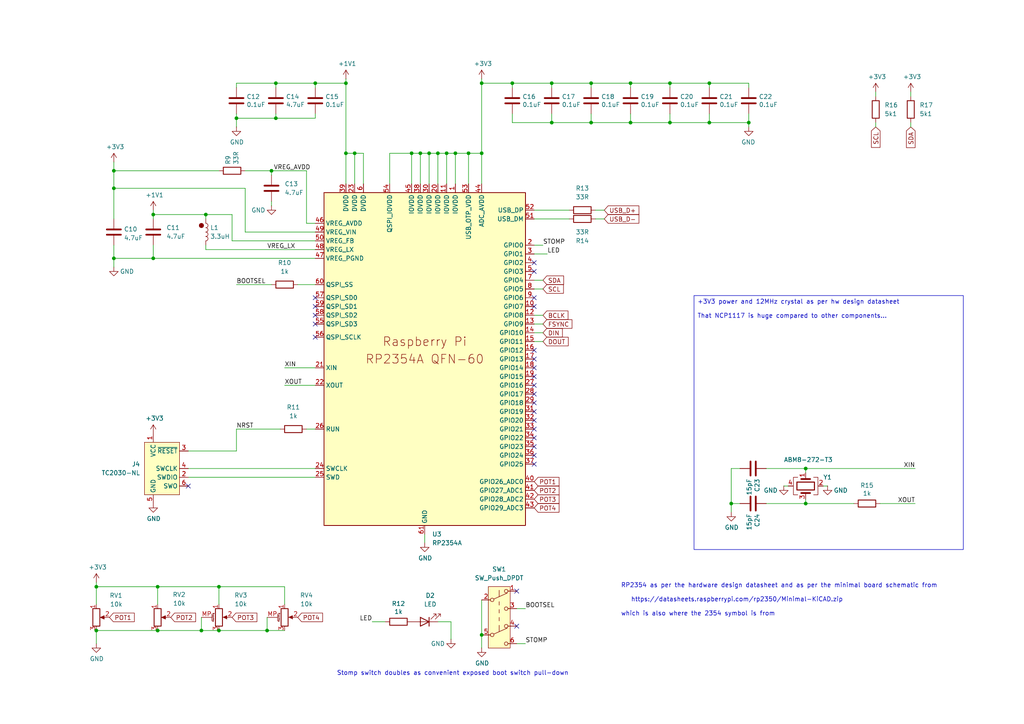
<source format=kicad_sch>
(kicad_sch (version 20250114) (generator "eeschema") (generator_version "9.0")
  (paper "A4")
  (lib_symbols
    (symbol "Connector:Conn_ARM_SWD_TagConnect_TC2030-NL" (in_bom no)
      (property "Reference" "J" (at 2.54 11.43 0))
      (property "Value" "Conn_ARM_SWD_TagConnect_TC2030-NL" (at 2.54 8.89 0))
      (symbol "Conn_ARM_SWD_TagConnect_TC2030-NL_0_0"
        (pin power_in line (at -2.54 10.16 270) (length 2.54) (name "VCC") (number "1"))
        (pin power_in line (at -2.54 -10.16 90) (length 2.54) (name "GND") (number "5"))
        (pin open_collector line (at 7.62 5.08 180) (length 2.54) (name "~{RESET}") (number "3"))
        (pin output line (at 7.62 0 180) (length 2.54) (name "SWCLK") (number "4"))
        (pin bidirectional line (at 7.62 -2.54 180) (length 2.54) (name "SWDIO") (number "2"))
        (pin input line (at 7.62 -5.08 180) (length 2.54) (name "SWO") (number "6"))
      )
      (symbol "Conn_ARM_SWD_TagConnect_TC2030-NL_0_1"
        (rectangle (start -5.08 7.62) (end 5.08 -7.62) (fill (type background)))
      )
    )
    (symbol "Device:C" (pin_numbers (hide yes)) (pin_names (offset 0.254))
      (property "Reference" "C" (at 0.635 2.54 0))
      (property "Value" "C" (at 0.635 -2.54 0))
      (symbol "C_0_1"
        (polyline (pts (xy -2.032 0.762) (xy 2.032 0.762)) (stroke (width 0.508)))
        (polyline (pts (xy -2.032 -0.762) (xy 2.032 -0.762)) (stroke (width 0.508)))
      )
      (symbol "C_1_1"
        (pin passive line (at 0 3.81 270) (length 2.794) (name "~") (number "1"))
        (pin passive line (at 0 -3.81 90) (length 2.794) (name "~") (number "2"))
      )
    )
    (symbol "Device:Crystal_GND24" (pin_names (offset 1.016) (hide yes))
      (property "Reference" "Y" (at 3.175 5.08 0))
      (property "Value" "Crystal_GND24" (at 3.175 3.175 0))
      (symbol "Crystal_GND24_0_1"
        (polyline (pts (xy -2.54 2.286) (xy -2.54 3.556) (xy 2.54 3.556) (xy 2.54 2.286)))
        (polyline (pts (xy -2.54 0) (xy -2.032 0)))
        (polyline (pts (xy -2.54 -2.286) (xy -2.54 -3.556) (xy 2.54 -3.556) (xy 2.54 -2.286)))
        (polyline (pts (xy -2.032 -1.27) (xy -2.032 1.27)) (stroke (width 0.508)))
        (rectangle (start -1.143 2.54) (end 1.143 -2.54) (stroke (width 0.3048)))
        (polyline (pts (xy 0 3.556) (xy 0 3.81)))
        (polyline (pts (xy 0 -3.81) (xy 0 -3.556)))
        (polyline (pts (xy 2.032 0) (xy 2.54 0)))
        (polyline (pts (xy 2.032 -1.27) (xy 2.032 1.27)) (stroke (width 0.508)))
      )
      (symbol "Crystal_GND24_1_1"
        (pin passive line (at -3.81 0 0) (length 1.27) (name "1") (number "1"))
        (pin passive line (at 0 5.08 270) (length 1.27) (name "2") (number "2"))
        (pin passive line (at 0 -5.08 90) (length 1.27) (name "4") (number "4"))
        (pin passive line (at 3.81 0 180) (length 1.27) (name "3") (number "3"))
      )
    )
    (symbol "Device:LED" (pin_numbers (hide yes)) (pin_names (offset 1.016) (hide yes))
      (property "Reference" "D" (at 0 2.54 0))
      (property "Value" "LED" (at 0 -2.54 0))
      (symbol "LED_0_1"
        (polyline (pts (xy -3.048 -0.762) (xy -4.572 -2.286) (xy -3.81 -2.286) (xy -4.572 -2.286) (xy -4.572 -1.524)))
        (polyline (pts (xy -1.778 -0.762) (xy -3.302 -2.286) (xy -2.54 -2.286) (xy -3.302 -2.286) (xy -3.302 -1.524)))
        (polyline (pts (xy -1.27 0) (xy 1.27 0)))
        (polyline (pts (xy -1.27 -1.27) (xy -1.27 1.27)) (stroke (width 0.254)))
        (polyline (pts (xy 1.27 -1.27) (xy 1.27 1.27) (xy -1.27 0) (xy 1.27 -1.27)) (stroke (width 0.254)))
      )
      (symbol "LED_1_1"
        (pin passive line (at -3.81 0 0) (length 2.54) (name "K") (number "1"))
        (pin passive line (at 3.81 0 180) (length 2.54) (name "A") (number "2"))
      )
    )
    (symbol "Device:R" (pin_numbers (hide yes)) (pin_names (offset 0))
      (property "Reference" "R" (at 2.032 0 90))
      (property "Value" "R" (at 0 0 90))
      (symbol "R_0_1"
        (rectangle (start -1.016 -2.54) (end 1.016 2.54) (stroke (width 0.254)))
      )
      (symbol "R_1_1"
        (pin passive line (at 0 3.81 270) (length 1.27) (name "~") (number "1"))
        (pin passive line (at 0 -3.81 90) (length 1.27) (name "~") (number "2"))
      )
    )
    (symbol "Device:R_Potentiometer" (pin_names (offset 1.016) (hide yes))
      (property "Reference" "RV" (at -4.445 0 90))
      (property "Value" "R_Potentiometer" (at -2.54 0 90))
      (symbol "R_Potentiometer_0_1"
        (rectangle (start 1.016 2.54) (end -1.016 -2.54) (stroke (width 0.254)))
        (polyline (pts (xy 1.143 0) (xy 2.286 0.508) (xy 2.286 -0.508) (xy 1.143 0)) (fill (type outline)))
        (polyline (pts (xy 2.54 0) (xy 1.524 0)))
      )
      (symbol "R_Potentiometer_1_1"
        (pin passive line (at 0 3.81 270) (length 1.27) (name "1") (number "1"))
        (pin passive line (at 0 -3.81 90) (length 1.27) (name "3") (number "3"))
        (pin passive line (at 3.81 0 180) (length 1.27) (name "2") (number "2"))
      )
    )
    (symbol "Device:R_Potentiometer_MountingPin" (pin_names (offset 1.016) (hide yes))
      (property "Reference" "RV" (at -8.255 0 90))
      (property "Value" "R_Potentiometer_MountingPin" (at -6.35 0 90))
      (symbol "R_Potentiometer_MountingPin_0_1"
        (rectangle (start 1.016 2.54) (end -1.016 -2.54) (stroke (width 0.254)))
        (polyline (pts (xy 1.143 0) (xy 2.286 0.508) (xy 2.286 -0.508)) (fill (type outline)))
        (polyline (pts (xy 2.54 0) (xy 1.524 0)))
      )
      (symbol "R_Potentiometer_MountingPin_1_1"
        (polyline (pts (xy -2.032 1.016) (xy -2.032 -1.016)) (stroke (width 0.1524)))
        (text "Mounting" (at -1.651 0 900) (effects (font (size 0.381 0.381))))
        (pin passive line (at -5.08 0 0) (length 3.048) (name "MountPin") (number "MP"))
        (pin passive line (at 0 3.81 270) (length 1.27) (name "1") (number "1"))
        (pin passive line (at 0 -3.81 90) (length 1.27) (name "3") (number "3"))
        (pin passive line (at 3.81 0 180) (length 1.27) (name "2") (number "2"))
      )
    )
    (symbol "Mylib:AOTA-B201610S3R3-101-T" (pin_numbers (hide yes)) (pin_names (offset 1.016) (hide yes))
      (property "Reference" "L" (at -1.27 0 90))
      (property "Value" "AOTA-B201610S3R3-101-T" (at 1.905 0 90))
      (symbol "AOTA-B201610S3R3-101-T_0_1"
        (arc (start 0 2.54) (mid 0.6323 1.905) (end 0 1.27))
        (arc (start 0 1.27) (mid 0.6323 0.635) (end 0 0))
        (arc (start 0 0) (mid 0.6323 -0.635) (end 0 -1.27))
        (arc (start 0 -1.27) (mid 0.6323 -1.905) (end 0 -2.54))
      )
      (symbol "AOTA-B201610S3R3-101-T_1_1"
        (circle (center -1.27 1.905) (radius 0.508) (fill (type outline)))
        (pin passive line (at 0 3.81 270) (length 1.27) (name "1") (number "1"))
        (pin passive line (at 0 -3.81 90) (length 1.27) (name "2") (number "2"))
      )
    )
    (symbol "Mylib:RP2354A" (exclude_from_sim yes)
      (property "Reference" "U" (at 0 0 0))
      (property "Value" "RP2354A" (at 0 0 0))
      (symbol "RP2354A_0_0"
        (text "Raspberry Pi" (at 0 -11.43 0) (effects (font (size 2.54 2.54))))
      )
      (symbol "RP2354A_0_1"
        (rectangle (start 29.21 31.75) (end -29.21 -64.77) (stroke (width 0.254)) (fill (type background)))
      )
      (symbol "RP2354A_1_1"
        (text "RP2354A QFN-60" (at 0 -16.51 0) (effects (font (size 2.54 2.54))))
        (pin power_in line (at -31.75 22.86 0) (length 2.54) (name "VREG_AVDD") (number "46"))
        (pin power_in line (at -31.75 20.32 0) (length 2.54) (name "VREG_VIN") (number "49"))
        (pin input line (at -31.75 17.78 0) (length 2.54) (name "VREG_FB") (number "50"))
        (pin power_out line (at -31.75 15.24 0) (length 2.54) (name "VREG_LX") (number "48"))
        (pin power_in line (at -31.75 12.7 0) (length 2.54) (name "VREG_PGND") (number "47"))
        (pin bidirectional line (at -31.75 5.08 0) (length 2.54) (name "QSPI_SS") (number "60"))
        (pin bidirectional line (at -31.75 1.27 0) (length 2.54) (name "QSPI_SD0") (number "57"))
        (pin bidirectional line (at -31.75 -1.27 0) (length 2.54) (name "QSPI_SD1") (number "59"))
        (pin bidirectional line (at -31.75 -3.81 0) (length 2.54) (name "QSPI_SD2") (number "58"))
        (pin bidirectional line (at -31.75 -6.35 0) (length 2.54) (name "QSPI_SD3") (number "55"))
        (pin output line (at -31.75 -10.16 0) (length 2.54) (name "QSPI_SCLK") (number "56"))
        (pin input line (at -31.75 -19.05 0) (length 2.54) (name "XIN") (number "21"))
        (pin passive line (at -31.75 -24.13 0) (length 2.54) (name "XOUT") (number "22"))
        (pin input line (at -31.75 -36.83 0) (length 2.54) (name "RUN") (number "26"))
        (pin output line (at -31.75 -48.26 0) (length 2.54) (name "SWCLK") (number "24"))
        (pin bidirectional line (at -31.75 -50.8 0) (length 2.54) (name "SWD") (number "25"))
        (pin power_in line (at -22.86 34.29 270) (length 2.54) (name "DVDD") (number "39"))
        (pin power_in line (at -20.32 34.29 270) (length 2.54) (name "DVDD") (number "23"))
        (pin power_in line (at -17.78 34.29 270) (length 2.54) (name "DVDD") (number "6"))
        (pin power_in line (at -10.16 34.29 270) (length 2.54) (name "QSPI_IOVDD") (number "54"))
        (pin power_in line (at -3.81 34.29 270) (length 2.54) (name "IOVDD") (number "45"))
        (pin power_in line (at -1.27 34.29 270) (length 2.54) (name "IOVDD") (number "38"))
        (pin power_in line (at 0 -67.31 90) (length 2.54) (name "GND") (number "61"))
        (pin power_in line (at 1.27 34.29 270) (length 2.54) (name "IOVDD") (number "30"))
        (pin power_in line (at 3.81 34.29 270) (length 2.54) (name "IOVDD") (number "20"))
        (pin power_in line (at 6.35 34.29 270) (length 2.54) (name "IOVDD") (number "11"))
        (pin power_in line (at 8.89 34.29 270) (length 2.54) (name "IOVDD") (number "1"))
        (pin power_in line (at 12.7 34.29 270) (length 2.54) (name "USB_OTP_VDD") (number "53"))
        (pin power_in line (at 16.51 34.29 270) (length 2.54) (name "ADC_AVDD") (number "44"))
        (pin bidirectional line (at 31.75 26.67 180) (length 2.54) (name "USB_DP") (number "52"))
        (pin bidirectional line (at 31.75 24.13 180) (length 2.54) (name "USB_DM") (number "51"))
        (pin bidirectional line (at 31.75 16.51 180) (length 2.54) (name "GPIO0") (number "2"))
        (pin bidirectional line (at 31.75 13.97 180) (length 2.54) (name "GPIO1") (number "3"))
        (pin bidirectional line (at 31.75 11.43 180) (length 2.54) (name "GPIO2") (number "4"))
        (pin bidirectional line (at 31.75 8.89 180) (length 2.54) (name "GPIO3") (number "5"))
        (pin bidirectional line (at 31.75 6.35 180) (length 2.54) (name "GPIO4") (number "7"))
        (pin bidirectional line (at 31.75 3.81 180) (length 2.54) (name "GPIO5") (number "8"))
        (pin bidirectional line (at 31.75 1.27 180) (length 2.54) (name "GPIO6") (number "9"))
        (pin bidirectional line (at 31.75 -1.27 180) (length 2.54) (name "GPIO7") (number "10"))
        (pin bidirectional line (at 31.75 -3.81 180) (length 2.54) (name "GPIO8") (number "12"))
        (pin bidirectional line (at 31.75 -6.35 180) (length 2.54) (name "GPIO9") (number "13"))
        (pin bidirectional line (at 31.75 -8.89 180) (length 2.54) (name "GPIO10") (number "14"))
        (pin bidirectional line (at 31.75 -11.43 180) (length 2.54) (name "GPIO11") (number "15"))
        (pin bidirectional line (at 31.75 -13.97 180) (length 2.54) (name "GPIO12") (number "16"))
        (pin bidirectional line (at 31.75 -16.51 180) (length 2.54) (name "GPIO13") (number "17"))
        (pin bidirectional line (at 31.75 -19.05 180) (length 2.54) (name "GPIO14") (number "18"))
        (pin bidirectional line (at 31.75 -21.59 180) (length 2.54) (name "GPIO15") (number "19"))
        (pin bidirectional line (at 31.75 -24.13 180) (length 2.54) (name "GPIO16") (number "27"))
        (pin bidirectional line (at 31.75 -26.67 180) (length 2.54) (name "GPIO17") (number "28"))
        (pin bidirectional line (at 31.75 -29.21 180) (length 2.54) (name "GPIO18") (number "29"))
        (pin bidirectional line (at 31.75 -31.75 180) (length 2.54) (name "GPIO19") (number "31"))
        (pin bidirectional line (at 31.75 -34.29 180) (length 2.54) (name "GPIO20") (number "32"))
        (pin bidirectional line (at 31.75 -36.83 180) (length 2.54) (name "GPIO21") (number "33"))
        (pin bidirectional line (at 31.75 -39.37 180) (length 2.54) (name "GPIO22") (number "34"))
        (pin bidirectional line (at 31.75 -41.91 180) (length 2.54) (name "GPIO23") (number "35"))
        (pin bidirectional line (at 31.75 -44.45 180) (length 2.54) (name "GPIO24") (number "36"))
        (pin bidirectional line (at 31.75 -46.99 180) (length 2.54) (name "GPIO25") (number "37"))
        (pin bidirectional line (at 31.75 -52.07 180) (length 2.54) (name "GPIO26_ADC0") (number "40"))
        (pin bidirectional line (at 31.75 -54.61 180) (length 2.54) (name "GPIO27_ADC1") (number "41"))
        (pin bidirectional line (at 31.75 -57.15 180) (length 2.54) (name "GPIO28_ADC2") (number "42"))
        (pin bidirectional line (at 31.75 -59.69 180) (length 2.54) (name "GPIO29_ADC3") (number "43"))
      )
    )
    (symbol "Switch:SW_Push_DPDT" (pin_names (offset 0) (hide yes))
      (property "Reference" "SW" (at 0 10.16 0))
      (property "Value" "SW_Push_DPDT" (at 0 -10.16 0))
      (symbol "SW_Push_DPDT_0_0"
        (circle (center -2.032 5.08) (radius 0.508))
        (circle (center -2.032 -5.08) (radius 0.508))
        (circle (center 2.032 2.54) (radius 0.508))
        (circle (center 2.032 -7.62) (radius 0.508))
      )
      (symbol "SW_Push_DPDT_0_1"
        (polyline (pts (xy -1.524 5.334) (xy 2.3368 7.0612)))
        (polyline (pts (xy -1.524 -4.826) (xy 2.3368 -3.0988)))
        (polyline (pts (xy 0 7.874) (xy 0 6.096)))
        (polyline (pts (xy 0 3.556) (xy 0 4.572)))
        (polyline (pts (xy 0 1.27) (xy 0 2.286)))
        (polyline (pts (xy 0 -1.016) (xy 0 0)))
        (polyline (pts (xy 0 -2.286) (xy 0 -4.064)))
        (circle (center 2.032 7.62) (radius 0.508))
        (circle (center 2.032 -2.54) (radius 0.508))
      )
      (symbol "SW_Push_DPDT_1_1"
        (rectangle (start -3.175 8.89) (end 3.175 -8.89) (fill (type background)))
        (pin passive line (at -5.08 5.08 0) (length 2.54) (name "B") (number "2"))
        (pin passive line (at -5.08 -5.08 0) (length 2.54) (name "B") (number "5"))
        (pin passive line (at 5.08 7.62 180) (length 2.54) (name "A") (number "1"))
        (pin passive line (at 5.08 2.54 180) (length 2.54) (name "C") (number "3"))
        (pin passive line (at 5.08 -2.54 180) (length 2.54) (name "A") (number "4"))
        (pin passive line (at 5.08 -7.62 180) (length 2.54) (name "C") (number "6"))
      )
    )
    (symbol "power:+1V1" (power) (pin_numbers (hide yes)) (pin_names (offset 0) (hide yes))
      (property "Value" "+1V1" (at 0 3.556 0))
      (symbol "+1V1_0_1"
        (polyline (pts (xy -0.762 1.27) (xy 0 2.54)))
        (polyline (pts (xy 0 2.54) (xy 0.762 1.27)))
        (polyline (pts (xy 0 0) (xy 0 2.54)))
      )
      (symbol "+1V1_1_1"
        (pin power_in line (at 0 0 90) (length 0) (name "~") (number "1"))
      )
    )
    (symbol "power:+3V3" (power) (pin_numbers (hide yes)) (pin_names (offset 0) (hide yes))
      (property "Value" "+3V3" (at 0 3.556 0))
      (symbol "+3V3_0_1"
        (polyline (pts (xy -0.762 1.27) (xy 0 2.54)))
        (polyline (pts (xy 0 2.54) (xy 0.762 1.27)))
        (polyline (pts (xy 0 0) (xy 0 2.54)))
      )
      (symbol "+3V3_1_1"
        (pin power_in line (at 0 0 90) (length 0) (name "~") (number "1"))
      )
    )
    (symbol "power:GND" (power) (pin_numbers (hide yes)) (pin_names (offset 0) (hide yes))
      (property "Value" "GND" (at 0 -3.81 0))
      (symbol "GND_0_1"
        (polyline (pts (xy 0 0) (xy 0 -1.27) (xy 1.27 -1.27) (xy 0 -2.54) (xy -1.27 -1.27) (xy 0 -1.27)))
      )
      (symbol "GND_1_1"
        (pin power_in line (at 0 0 270) (length 0) (name "~") (number "1"))
      )
    )
  )
  (circle (center 58.42 65.405) (radius 0.635) (stroke (width 0) (color 132 0 0 1)) (fill (type color) (color 132 0 0 1)))
  (text "RP2354 as per the hardware design datasheet and as per the minimal board schematic from\n\n   https://datasheets.raspberrypi.com/rp2350/Minimal-KiCAD.zip\n\nwhich is also where the 2354 symbol is from" (at 180.086 173.99 0) (effects (font (size 1.27 1.27)) (justify left)))
  (text "Stomp switch doubles as convenient exposed boot switch pull-down" (at 131.318 195.326 0) (effects (font (size 1.27 1.27))))
  (text_box "+3V3 power and 12MHz crystal as per hw design datasheet\n\nThat NCP1117 is huge compared to other components..." (at 201.295 85.725 0) (size 78.105 73.66) (margins 0.9525 0.9525 0.9525 0.9525) (effects (font (size 1.27 1.27)) (justify left top)))
  (junction (at 129.54 44.45))
  (junction (at 33.02 49.53))
  (junction (at 160.02 24.13))
  (junction (at 45.72 182.88))
  (junction (at 139.7 24.13))
  (junction (at 233.68 146.05))
  (junction (at 45.72 170.18))
  (junction (at 27.94 170.18))
  (junction (at 44.45 62.23))
  (junction (at 139.7 184.15))
  (junction (at 127 44.45))
  (junction (at 135.89 44.45))
  (junction (at 68.58 34.29))
  (junction (at 121.92 44.45))
  (junction (at 33.02 54.61))
  (junction (at 78.74 49.53))
  (junction (at 91.44 24.13))
  (junction (at 205.74 24.13))
  (junction (at 194.31 35.56))
  (junction (at 119.38 44.45))
  (junction (at 100.33 44.45))
  (junction (at 132.08 44.45))
  (junction (at 33.02 74.93))
  (junction (at 44.45 74.93))
  (junction (at 217.17 35.56))
  (junction (at 194.31 24.13))
  (junction (at 58.42 182.88))
  (junction (at 233.68 135.89))
  (junction (at 160.02 35.56))
  (junction (at 59.69 62.23))
  (junction (at 80.01 24.13))
  (junction (at 171.45 35.56))
  (junction (at 63.5 170.18))
  (junction (at 102.87 44.45))
  (junction (at 77.47 182.88))
  (junction (at 171.45 24.13))
  (junction (at 100.33 24.13))
  (junction (at 182.88 35.56))
  (junction (at 205.74 35.56))
  (junction (at 148.59 24.13))
  (junction (at 139.7 44.45))
  (junction (at 182.88 24.13))
  (junction (at 80.01 34.29))
  (junction (at 212.09 146.05))
  (junction (at 63.5 182.88))
  (junction (at 27.94 182.88))
  (junction (at 124.46 44.45))
  (no_connect (at 154.94 134.62))
  (no_connect (at 149.86 181.61))
  (no_connect (at 154.94 119.38))
  (no_connect (at 154.94 78.74))
  (no_connect (at 91.44 86.36))
  (no_connect (at 154.94 127))
  (no_connect (at 154.94 111.76))
  (no_connect (at 91.44 91.44))
  (no_connect (at 154.94 104.14))
  (no_connect (at 154.94 116.84))
  (no_connect (at 154.94 114.3))
  (no_connect (at 154.94 121.92))
  (no_connect (at 154.94 109.22))
  (no_connect (at 91.44 88.9))
  (no_connect (at 91.44 97.79))
  (no_connect (at 154.94 132.08))
  (no_connect (at 154.94 101.6))
  (no_connect (at 154.94 106.68))
  (no_connect (at 54.61 140.97))
  (no_connect (at 154.94 86.36))
  (no_connect (at 154.94 124.46))
  (no_connect (at 154.94 76.2))
  (no_connect (at 154.94 88.9))
  (no_connect (at 149.86 171.45))
  (no_connect (at 91.44 93.98))
  (no_connect (at 154.94 129.54))
  (wire (pts (xy 113.03 44.45) (xy 119.38 44.45)))
  (wire (pts (xy 44.45 71.12) (xy 44.45 74.93)))
  (wire (pts (xy 205.74 35.56) (xy 194.31 35.56)))
  (wire (pts (xy 71.12 49.53) (xy 78.74 49.53)))
  (wire (pts (xy 54.61 130.81) (xy 68.58 130.81)))
  (wire (pts (xy 102.87 44.45) (xy 105.41 44.45)))
  (wire (pts (xy 154.94 99.06) (xy 157.48 99.06)))
  (wire (pts (xy 121.92 44.45) (xy 121.92 53.34)))
  (wire (pts (xy 100.33 24.13) (xy 100.33 44.45)))
  (wire (pts (xy 148.59 24.13) (xy 160.02 24.13)))
  (wire (pts (xy 86.36 82.55) (xy 91.44 82.55)))
  (wire (pts (xy 172.72 63.5) (xy 175.26 63.5)))
  (wire (pts (xy 217.17 33.02) (xy 217.17 35.56)))
  (wire (pts (xy 182.88 33.02) (xy 182.88 35.56)))
  (wire (pts (xy 154.94 93.98) (xy 157.48 93.98)))
  (wire (pts (xy 68.58 25.4) (xy 68.58 24.13)))
  (wire (pts (xy 78.74 49.53) (xy 88.9 49.53)))
  (wire (pts (xy 80.01 34.29) (xy 91.44 34.29)))
  (wire (pts (xy 58.42 179.07) (xy 58.42 182.88)))
  (wire (pts (xy 127 44.45) (xy 129.54 44.45)))
  (wire (pts (xy 100.33 22.86) (xy 100.33 24.13)))
  (wire (pts (xy 124.46 44.45) (xy 124.46 53.34)))
  (wire (pts (xy 63.5 170.18) (xy 63.5 175.26)))
  (wire (pts (xy 91.44 69.85) (xy 67.31 69.85)))
  (wire (pts (xy 71.12 67.31) (xy 91.44 67.31)))
  (wire (pts (xy 154.94 63.5) (xy 165.1 63.5)))
  (wire (pts (xy 68.58 124.46) (xy 81.28 124.46)))
  (wire (pts (xy 88.9 49.53) (xy 88.9 64.77)))
  (wire (pts (xy 33.02 54.61) (xy 71.12 54.61)))
  (wire (pts (xy 129.54 44.45) (xy 129.54 53.34)))
  (wire (pts (xy 63.5 182.88) (xy 77.47 182.88)))
  (wire (pts (xy 82.55 170.18) (xy 82.55 175.26)))
  (wire (pts (xy 80.01 25.4) (xy 80.01 24.13)))
  (wire (pts (xy 82.55 106.68) (xy 91.44 106.68)))
  (wire (pts (xy 124.46 44.45) (xy 127 44.45)))
  (wire (pts (xy 154.94 83.82) (xy 157.48 83.82)))
  (wire (pts (xy 71.12 54.61) (xy 71.12 67.31)))
  (wire (pts (xy 100.33 44.45) (xy 100.33 53.34)))
  (wire (pts (xy 27.94 182.88) (xy 45.72 182.88)))
  (wire (pts (xy 233.68 137.16) (xy 233.68 135.89)))
  (wire (pts (xy 80.01 24.13) (xy 91.44 24.13)))
  (wire (pts (xy 68.58 24.13) (xy 80.01 24.13)))
  (wire (pts (xy 44.45 62.23) (xy 59.69 62.23)))
  (wire (pts (xy 154.94 96.52) (xy 157.48 96.52)))
  (wire (pts (xy 121.92 44.45) (xy 124.46 44.45)))
  (wire (pts (xy 214.63 135.89) (xy 212.09 135.89)))
  (wire (pts (xy 130.81 180.34) (xy 127 180.34)))
  (wire (pts (xy 171.45 24.13) (xy 182.88 24.13)))
  (wire (pts (xy 254 35.56) (xy 254 36.83)))
  (wire (pts (xy 45.72 170.18) (xy 45.72 175.26)))
  (wire (pts (xy 135.89 44.45) (xy 139.7 44.45)))
  (wire (pts (xy 59.69 62.23) (xy 59.69 63.5)))
  (wire (pts (xy 222.25 146.05) (xy 233.68 146.05)))
  (wire (pts (xy 68.58 33.02) (xy 68.58 34.29)))
  (wire (pts (xy 264.16 26.67) (xy 264.16 27.94)))
  (wire (pts (xy 233.68 146.05) (xy 247.65 146.05)))
  (wire (pts (xy 123.19 154.94) (xy 123.19 157.48)))
  (wire (pts (xy 80.01 33.02) (xy 80.01 34.29)))
  (wire (pts (xy 105.41 44.45) (xy 105.41 53.34)))
  (wire (pts (xy 68.58 82.55) (xy 78.74 82.55)))
  (wire (pts (xy 194.31 24.13) (xy 205.74 24.13)))
  (wire (pts (xy 33.02 74.93) (xy 33.02 77.47)))
  (wire (pts (xy 264.16 35.56) (xy 264.16 36.83)))
  (wire (pts (xy 77.47 182.88) (xy 82.55 182.88)))
  (wire (pts (xy 33.02 49.53) (xy 63.5 49.53)))
  (wire (pts (xy 222.25 135.89) (xy 233.68 135.89)))
  (wire (pts (xy 149.86 176.53) (xy 152.4 176.53)))
  (wire (pts (xy 27.94 182.88) (xy 27.94 186.69)))
  (wire (pts (xy 27.94 170.18) (xy 27.94 175.26)))
  (wire (pts (xy 132.08 44.45) (xy 135.89 44.45)))
  (wire (pts (xy 217.17 25.4) (xy 217.17 24.13)))
  (wire (pts (xy 160.02 25.4) (xy 160.02 24.13)))
  (wire (pts (xy 119.38 44.45) (xy 119.38 53.34)))
  (wire (pts (xy 233.68 144.78) (xy 233.68 146.05)))
  (wire (pts (xy 154.94 60.96) (xy 165.1 60.96)))
  (wire (pts (xy 182.88 25.4) (xy 182.88 24.13)))
  (wire (pts (xy 33.02 71.12) (xy 33.02 74.93)))
  (wire (pts (xy 194.31 33.02) (xy 194.31 35.56)))
  (wire (pts (xy 88.9 64.77) (xy 91.44 64.77)))
  (wire (pts (xy 119.38 44.45) (xy 121.92 44.45)))
  (wire (pts (xy 44.45 60.96) (xy 44.45 62.23)))
  (wire (pts (xy 194.31 25.4) (xy 194.31 24.13)))
  (wire (pts (xy 194.31 35.56) (xy 182.88 35.56)))
  (wire (pts (xy 139.7 22.86) (xy 139.7 24.13)))
  (wire (pts (xy 127 44.45) (xy 127 53.34)))
  (wire (pts (xy 82.55 111.76) (xy 91.44 111.76)))
  (wire (pts (xy 77.47 179.07) (xy 77.47 182.88)))
  (wire (pts (xy 214.63 146.05) (xy 212.09 146.05)))
  (wire (pts (xy 54.61 138.43) (xy 91.44 138.43)))
  (wire (pts (xy 135.89 44.45) (xy 135.89 53.34)))
  (wire (pts (xy 171.45 35.56) (xy 160.02 35.56)))
  (wire (pts (xy 205.74 24.13) (xy 217.17 24.13)))
  (wire (pts (xy 45.72 182.88) (xy 58.42 182.88)))
  (wire (pts (xy 212.09 146.05) (xy 212.09 148.59)))
  (wire (pts (xy 205.74 33.02) (xy 205.74 35.56)))
  (wire (pts (xy 107.95 180.34) (xy 111.76 180.34)))
  (wire (pts (xy 255.27 146.05) (xy 265.43 146.05)))
  (wire (pts (xy 91.44 25.4) (xy 91.44 24.13)))
  (wire (pts (xy 27.94 170.18) (xy 45.72 170.18)))
  (wire (pts (xy 171.45 25.4) (xy 171.45 24.13)))
  (wire (pts (xy 78.74 59.69) (xy 78.74 58.42)))
  (wire (pts (xy 113.03 44.45) (xy 113.03 53.34)))
  (wire (pts (xy 68.58 130.81) (xy 68.58 124.46)))
  (wire (pts (xy 148.59 33.02) (xy 148.59 35.56)))
  (wire (pts (xy 154.94 81.28) (xy 157.48 81.28)))
  (wire (pts (xy 154.94 71.12) (xy 157.48 71.12)))
  (wire (pts (xy 205.74 25.4) (xy 205.74 24.13)))
  (wire (pts (xy 254 26.67) (xy 254 27.94)))
  (wire (pts (xy 182.88 24.13) (xy 194.31 24.13)))
  (wire (pts (xy 154.94 73.66) (xy 158.75 73.66)))
  (wire (pts (xy 160.02 33.02) (xy 160.02 35.56)))
  (wire (pts (xy 132.08 44.45) (xy 132.08 53.34)))
  (wire (pts (xy 160.02 24.13) (xy 171.45 24.13)))
  (wire (pts (xy 58.42 182.88) (xy 63.5 182.88)))
  (wire (pts (xy 139.7 24.13) (xy 139.7 44.45)))
  (wire (pts (xy 227.33 140.97) (xy 228.6 140.97)))
  (wire (pts (xy 238.76 140.97) (xy 240.03 140.97)))
  (wire (pts (xy 205.74 35.56) (xy 217.17 35.56)))
  (wire (pts (xy 149.86 186.69) (xy 152.4 186.69)))
  (wire (pts (xy 139.7 24.13) (xy 148.59 24.13)))
  (wire (pts (xy 160.02 35.56) (xy 148.59 35.56)))
  (wire (pts (xy 139.7 173.99) (xy 139.7 184.15)))
  (wire (pts (xy 33.02 46.99) (xy 33.02 49.53)))
  (wire (pts (xy 33.02 54.61) (xy 33.02 63.5)))
  (wire (pts (xy 91.44 34.29) (xy 91.44 33.02)))
  (wire (pts (xy 172.72 60.96) (xy 175.26 60.96)))
  (wire (pts (xy 100.33 44.45) (xy 102.87 44.45)))
  (wire (pts (xy 212.09 135.89) (xy 212.09 146.05)))
  (wire (pts (xy 129.54 44.45) (xy 132.08 44.45)))
  (wire (pts (xy 171.45 33.02) (xy 171.45 35.56)))
  (wire (pts (xy 88.9 124.46) (xy 91.44 124.46)))
  (wire (pts (xy 33.02 74.93) (xy 44.45 74.93)))
  (wire (pts (xy 130.81 185.42) (xy 130.81 180.34)))
  (wire (pts (xy 102.87 44.45) (xy 102.87 53.34)))
  (wire (pts (xy 63.5 170.18) (xy 82.55 170.18)))
  (wire (pts (xy 182.88 35.56) (xy 171.45 35.56)))
  (wire (pts (xy 44.45 63.5) (xy 44.45 62.23)))
  (wire (pts (xy 59.69 72.39) (xy 59.69 71.12)))
  (wire (pts (xy 44.45 74.93) (xy 91.44 74.93)))
  (wire (pts (xy 27.94 168.91) (xy 27.94 170.18)))
  (wire (pts (xy 54.61 135.89) (xy 91.44 135.89)))
  (wire (pts (xy 91.44 24.13) (xy 100.33 24.13)))
  (wire (pts (xy 59.69 72.39) (xy 91.44 72.39)))
  (wire (pts (xy 154.94 91.44) (xy 157.48 91.44)))
  (wire (pts (xy 67.31 62.23) (xy 59.69 62.23)))
  (wire (pts (xy 139.7 184.15) (xy 139.7 187.96)))
  (wire (pts (xy 148.59 25.4) (xy 148.59 24.13)))
  (wire (pts (xy 45.72 170.18) (xy 63.5 170.18)))
  (wire (pts (xy 233.68 135.89) (xy 265.43 135.89)))
  (wire (pts (xy 68.58 34.29) (xy 68.58 36.83)))
  (wire (pts (xy 33.02 49.53) (xy 33.02 54.61)))
  (wire (pts (xy 78.74 49.53) (xy 78.74 50.8)))
  (wire (pts (xy 217.17 35.56) (xy 217.17 36.83)))
  (wire (pts (xy 67.31 69.85) (xy 67.31 62.23)))
  (wire (pts (xy 68.58 34.29) (xy 80.01 34.29)))
  (wire (pts (xy 139.7 44.45) (xy 139.7 53.34)))
  (label "XIN" (at 265.43 135.89 180))
  (label "BOOTSEL" (at 68.58 82.55 0))
  (label "XOUT" (at 265.43 146.05 180))
  (label "VREG_AVDD" (at 79.375 49.53 0))
  (label "XOUT" (at 82.55 111.76 0))
  (label "XIN" (at 82.55 106.68 0))
  (label "LED" (at 107.95 180.34 180))
  (label "NRST" (at 68.58 124.46 0))
  (label "STOMP" (at 157.48 71.12 0))
  (label "BOOTSEL" (at 152.4 176.53 0))
  (label "STOMP" (at 152.4 186.69 0))
  (label "VREG_LX" (at 77.47 72.39 0))
  (label "LED" (at 158.75 73.66 0))
  (global_label "BCLK" (shape input) (at 157.48 91.44 0) (property "Intersheetrefs" "${INTERSHEET_REFS}" (effects (hide yes))))
  (global_label "POT1" (shape input) (at 31.75 179.07 0) (property "Intersheetrefs" "${INTERSHEET_REFS}" (effects (hide yes))))
  (global_label "POT4" (shape input) (at 154.94 147.32 0) (property "Intersheetrefs" "${INTERSHEET_REFS}" (effects (hide yes))))
  (global_label "SDA" (shape input) (at 157.48 81.28 0) (property "Intersheetrefs" "${INTERSHEET_REFS}" (effects (hide yes))))
  (global_label "SCL" (shape input) (at 254 36.83 270) (property "Intersheetrefs" "${INTERSHEET_REFS}" (effects (hide yes))))
  (global_label "POT2" (shape input) (at 154.94 142.24 0) (property "Intersheetrefs" "${INTERSHEET_REFS}" (effects (hide yes))))
  (global_label "DOUT" (shape input) (at 157.48 99.06 0) (property "Intersheetrefs" "${INTERSHEET_REFS}" (effects (hide yes))))
  (global_label "POT3" (shape input) (at 67.31 179.07 0) (property "Intersheetrefs" "${INTERSHEET_REFS}" (effects (hide yes))))
  (global_label "USB_D+" (shape input) (at 175.26 60.96 0) (property "Intersheetrefs" "${INTERSHEET_REFS}" (effects (hide yes))))
  (global_label "SCL" (shape input) (at 157.48 83.82 0) (property "Intersheetrefs" "${INTERSHEET_REFS}" (effects (hide yes))))
  (global_label "USB_D-" (shape input) (at 175.26 63.5 0) (property "Intersheetrefs" "${INTERSHEET_REFS}" (effects (hide yes))))
  (global_label "SDA" (shape input) (at 264.16 36.83 270) (property "Intersheetrefs" "${INTERSHEET_REFS}" (effects (hide yes))))
  (global_label "POT2" (shape input) (at 49.53 179.07 0) (property "Intersheetrefs" "${INTERSHEET_REFS}" (effects (hide yes))))
  (global_label "DIN" (shape input) (at 157.48 96.52 0) (property "Intersheetrefs" "${INTERSHEET_REFS}" (effects (hide yes))))
  (global_label "FSYNC" (shape input) (at 157.48 93.98 0) (property "Intersheetrefs" "${INTERSHEET_REFS}" (effects (hide yes))))
  (global_label "POT3" (shape input) (at 154.94 144.78 0) (property "Intersheetrefs" "${INTERSHEET_REFS}" (effects (hide yes))))
  (global_label "POT4" (shape input) (at 86.36 179.07 0) (property "Intersheetrefs" "${INTERSHEET_REFS}" (effects (hide yes))))
  (global_label "POT1" (shape input) (at 154.94 139.7 0) (property "Intersheetrefs" "${INTERSHEET_REFS}" (effects (hide yes))))
  (symbol (lib_id "power:+3V3") (at 139.7 22.86 0) (unit 1)
    (property "Reference" "#PWR0213" (effects (hide yes)))
    (property "Value" "+3V3" (at 140.081 18.4658 0))
  )
  (symbol (lib_id "Device:C") (at 148.59 29.21 0) (unit 1)
    (property "Reference" "C16" (at 151.511 28.0416 0) (effects (justify left)))
    (property "Value" "0.1uF" (at 151.511 30.353 0) (effects (justify left)))
    (property "Footprint" "Capacitor_SMD:C_0402_1005Metric" (effects (hide yes)))
    (property "JLCPCB" "C1525" (effects (hide yes)))
  )
  (symbol (lib_id "Device:C") (at 160.02 29.21 0) (unit 1)
    (property "Reference" "C17" (at 162.941 28.0416 0) (effects (justify left)))
    (property "Value" "0.1uF" (at 162.941 30.353 0) (effects (justify left)))
    (property "Footprint" "Capacitor_SMD:C_0402_1005Metric" (effects (hide yes)))
    (property "JLCPCB" "C1525" (effects (hide yes)))
  )
  (symbol (lib_id "Device:C") (at 171.45 29.21 0) (unit 1)
    (property "Reference" "C18" (at 174.371 28.0416 0) (effects (justify left)))
    (property "Value" "0.1uF" (at 174.371 30.353 0) (effects (justify left)))
    (property "Footprint" "Capacitor_SMD:C_0402_1005Metric" (effects (hide yes)))
    (property "JLCPCB" "C1525" (effects (hide yes)))
  )
  (symbol (lib_id "Device:C") (at 182.88 29.21 0) (unit 1)
    (property "Reference" "C19" (at 185.801 28.0416 0) (effects (justify left)))
    (property "Value" "0.1uF" (at 185.801 30.353 0) (effects (justify left)))
    (property "Footprint" "Capacitor_SMD:C_0402_1005Metric" (effects (hide yes)))
    (property "JLCPCB" "C1525" (effects (hide yes)))
  )
  (symbol (lib_id "Device:C") (at 194.31 29.21 0) (unit 1)
    (property "Reference" "C20" (at 197.231 28.0416 0) (effects (justify left)))
    (property "Value" "0.1uF" (at 197.231 30.353 0) (effects (justify left)))
    (property "Footprint" "Capacitor_SMD:C_0402_1005Metric" (effects (hide yes)))
    (property "JLCPCB" "C1525" (effects (hide yes)))
  )
  (symbol (lib_id "Device:C") (at 205.74 29.21 0) (unit 1)
    (property "Reference" "C21" (at 208.661 28.0416 0) (effects (justify left)))
    (property "Value" "0.1uF" (at 208.661 30.353 0) (effects (justify left)))
    (property "Footprint" "Capacitor_SMD:C_0402_1005Metric" (effects (hide yes)))
    (property "JLCPCB" "C1525" (effects (hide yes)))
  )
  (symbol (lib_id "power:+3V3") (at 33.02 46.99 0) (unit 1)
    (property "Reference" "#PWR0203" (effects (hide yes)))
    (property "Value" "+3V3" (at 33.401 42.5958 0))
  )
  (symbol (lib_id "Device:R_Potentiometer") (at 27.94 179.07 0) (unit 1) (in_bom no)
    (property "Reference" "RV1" (at 35.56 172.72 0) (effects (justify right)))
    (property "Value" "10k" (at 35.56 175.26 0) (effects (justify right)))
    (property "Footprint" "Mylib:Potentiometer-Basic" (effects (hide yes)))
    (property "Description" "Potentiometer" (effects (hide yes)))
    (property "Sim.Device" "R" (effects (hide yes)))
    (property "Sim.Type" "POT" (effects (hide yes)))
    (property "Sim.Pins" "1=r0 2=wiper 3=r1" (effects (hide yes)))
    (property "Sim.Params" "r=10k" (effects (hide yes)))
  )
  (symbol (lib_id "Device:C") (at 91.44 29.21 0) (unit 1)
    (property "Reference" "C15" (at 94.361 28.0416 0) (effects (justify left)))
    (property "Value" "0.1uF" (at 94.361 30.353 0) (effects (justify left)))
    (property "Footprint" "Capacitor_SMD:C_0402_1005Metric" (effects (hide yes)))
    (property "JLCPCB" "C1525" (effects (hide yes)))
  )
  (symbol (lib_id "Device:R") (at 254 31.75 0) (unit 1)
    (property "Reference" "R16" (at 256.54 30.4799 0) (effects (justify left)))
    (property "Value" "5k1" (at 256.54 33.02 0) (effects (justify left)))
    (property "Footprint" "Resistor_SMD:R_0402_1005Metric" (effects (hide yes)))
    (property "Description" "Resistor" (effects (hide yes)))
    (property "JLCPCB" "C25905" (effects (hide yes)))
  )
  (symbol (lib_id "Device:R") (at 82.55 82.55 90) (unit 1) (exclude_from_sim yes)
    (property "Reference" "R10" (at 82.55 76.2 90))
    (property "Value" "1k" (at 82.55 78.74 90))
    (property "Footprint" "Resistor_SMD:R_0402_1005Metric" (effects (hide yes)))
    (property "Description" "Resistor" (effects (hide yes)))
    (property "JLCPCB" "C11702" (effects (hide yes)))
  )
  (symbol (lib_id "power:GND") (at 78.74 59.69 0) (unit 1)
    (property "Reference" "#PWR0209" (effects (hide yes)))
    (property "Value" "GND" (at 74.93 60.96 0))
  )
  (symbol (lib_id "Device:C") (at 217.17 29.21 0) (unit 1)
    (property "Reference" "C22" (at 220.091 28.0416 0) (effects (justify left)))
    (property "Value" "0.1uF" (at 220.091 30.353 0) (effects (justify left)))
    (property "Footprint" "Capacitor_SMD:C_0402_1005Metric" (effects (hide yes)))
    (property "JLCPCB" "C1525" (effects (hide yes)))
  )
  (symbol (lib_id "power:+3V3") (at 254 26.67 0) (unit 1)
    (property "Reference" "#PWR0221" (effects (hide yes)))
    (property "Value" "+3V3" (at 254.381 22.2758 0))
  )
  (symbol (lib_id "Device:R") (at 115.57 180.34 270) (unit 1)
    (property "Reference" "R12" (at 115.57 175.0822 90))
    (property "Value" "1k" (at 115.57 177.3936 90))
    (property "Footprint" "Resistor_SMD:R_0402_1005Metric" (effects (hide yes)))
    (property "JLCPCB" "C11702" (effects (hide yes)))
  )
  (symbol (lib_id "power:GND") (at 212.09 148.59 0) (unit 1)
    (property "Reference" "#PWR0215" (effects (hide yes)))
    (property "Value" "GND" (at 212.217 152.9842 0))
  )
  (symbol (lib_id "Device:R") (at 168.91 60.96 90) (unit 1) (exclude_from_sim yes)
    (property "Reference" "R13" (at 168.91 54.61 90))
    (property "Value" "33R" (at 168.91 57.15 90))
    (property "Footprint" "Resistor_SMD:R_0402_1005Metric" (effects (hide yes)))
    (property "Description" "Resistor" (effects (hide yes)))
    (property "JLCPCB" "C25105" (effects (hide yes)))
  )
  (symbol (lib_id "Device:R") (at 67.31 49.53 90) (unit 1)
    (property "Reference" "R9" (at 66.1416 47.752 0) (effects (justify left)))
    (property "Value" "33R" (at 68.453 47.752 0) (effects (justify left)))
    (property "Footprint" "Resistor_SMD:R_0402_1005Metric" (effects (hide yes)))
    (property "JLCPCB" "C25105" (effects (hide yes)))
  )
  (symbol (lib_id "power:GND") (at 139.7 187.96 0) (unit 1)
    (property "Reference" "#PWR0214" (effects (hide yes)))
    (property "Value" "GND" (at 139.827 192.3542 0))
  )
  (symbol (lib_id "Device:C") (at 33.02 67.31 0) (unit 1)
    (property "Reference" "C10" (at 35.941 66.4753 0) (effects (justify left)))
    (property "Value" "4.7uF" (at 35.941 69.0122 0) (effects (justify left)))
    (property "Footprint" "Capacitor_SMD:C_0603_1608Metric" (effects (hide yes)))
    (property "JLCPCB" "C22399629" (effects (hide yes)))
  )
  (symbol (lib_id "power:GND") (at 240.03 140.97 0) (unit 1)
    (property "Reference" "#PWR0219" (effects (hide yes)))
    (property "Value" "GND" (at 243.84 142.24 0))
  )
  (symbol (lib_id "power:GND") (at 68.58 36.83 0) (unit 1)
    (property "Reference" "#PWR0208" (effects (hide yes)))
    (property "Value" "GND" (at 68.707 41.2242 0))
  )
  (symbol (lib_id "Device:C") (at 218.44 146.05 270) (unit 1)
    (property "Reference" "C24" (at 219.6084 148.971 0) (effects (justify left)))
    (property "Value" "15pF" (at 217.297 148.971 0) (effects (justify left)))
    (property "Footprint" "Capacitor_SMD:C_0402_1005Metric" (effects (hide yes)))
    (property "JLCPCB" "C1548" (effects (hide yes)))
  )
  (symbol (lib_id "Device:C") (at 44.45 67.31 0) (unit 1)
    (property "Reference" "C11" (at 48.26 66.04 0) (effects (justify left)))
    (property "Value" "4.7uF" (at 48.26 68.58 0) (effects (justify left)))
    (property "Footprint" "Capacitor_SMD:C_0603_1608Metric" (effects (hide yes)))
    (property "JLCPCB" "C22399629" (effects (hide yes)))
  )
  (symbol (lib_id "Device:C") (at 78.74 54.61 0) (unit 1)
    (property "Reference" "C13" (at 82.55 53.34 0) (effects (justify left)))
    (property "Value" "4.7uF" (at 82.55 55.88 0) (effects (justify left)))
    (property "Footprint" "Capacitor_SMD:C_0603_1608Metric" (effects (hide yes)))
    (property "JLCPCB" "C22399629" (effects (hide yes)))
  )
  (symbol (lib_id "Mylib:RP2354A") (at 123.19 87.63 0) (unit 1) (exclude_from_sim yes)
    (property "Reference" "U3" (at 125.3333 154.94 0) (effects (justify left)))
    (property "Value" "RP2354A" (at 125.3333 157.48 0) (effects (justify left)))
    (property "Footprint" "Package_DFN_QFN:QFN-60-1EP_7x7mm_P0.4mm_EP3.4x3.4mm" (effects (hide yes)))
    (property "Datasheet" "https://datasheets.raspberrypi.com/rp2350/hardware-design-with-rp2350.pdf" (effects (hide yes)))
    (property "Description" "Raspberry PI 2354A" (effects (hide yes)))
    (property "JLCPCB" "C41378174" (effects (hide yes)))
  )
  (symbol (lib_id "Connector:Conn_ARM_SWD_TagConnect_TC2030-NL") (at 46.99 135.89 0) (unit 1) (exclude_from_sim yes) (in_bom no)
    (property "Reference" "J4" (at 40.64 134.6199 0) (effects (justify right)))
    (property "Value" "TC2030-NL" (at 40.64 137.1599 0) (effects (justify right)))
    (property "Footprint" "Connector:Tag-Connect_TC2030-IDC-NL_2x03_P1.27mm_Vertical" (effects (hide yes)))
    (property "Datasheet" "https://www.tag-connect.com/wp-content/uploads/bsk-pdf-manager/TC2030-CTX_1.pdf" (effects (hide yes)))
    (property "Description" "Tag-Connect ARM Cortex SWD JTAG connector, 6 pin, no legs" (effects (hide yes)))
  )
  (symbol (lib_id "power:+1V1") (at 100.33 22.86 0) (unit 1)
    (property "Reference" "#PWR0210" (effects (hide yes)))
    (property "Value" "+1V1" (at 100.711 18.4658 0))
  )
  (symbol (lib_id "Device:R") (at 251.46 146.05 270) (unit 1)
    (property "Reference" "R15" (at 251.46 140.7922 90))
    (property "Value" "1k" (at 251.46 143.1036 90))
    (property "Footprint" "Resistor_SMD:R_0402_1005Metric" (effects (hide yes)))
    (property "JLCPCB" "C11702" (effects (hide yes)))
  )
  (symbol (lib_id "Device:R") (at 168.91 63.5 90) (mirror x) (unit 1) (exclude_from_sim yes)
    (property "Reference" "R14" (at 168.91 69.85 90))
    (property "Value" "33R" (at 168.91 67.31 90))
    (property "Footprint" "Resistor_SMD:R_0402_1005Metric" (effects (hide yes)))
    (property "Description" "Resistor" (effects (hide yes)))
    (property "JLCPCB" "C25105" (effects (hide yes)))
  )
  (symbol (lib_id "Device:C") (at 68.58 29.21 0) (unit 1)
    (property "Reference" "C12" (at 71.501 28.0416 0) (effects (justify left)))
    (property "Value" "0.1uF" (at 71.501 30.353 0) (effects (justify left)))
    (property "Footprint" "Capacitor_SMD:C_0402_1005Metric" (effects (hide yes)))
    (property "JLCPCB" "C1525" (effects (hide yes)))
  )
  (symbol (lib_id "power:+3V3") (at 264.16 26.67 0) (unit 1)
    (property "Reference" "#PWR0224" (effects (hide yes)))
    (property "Value" "+3V3" (at 264.541 22.2758 0))
  )
  (symbol (lib_id "Device:R") (at 85.09 124.46 90) (unit 1) (exclude_from_sim yes)
    (property "Reference" "R11" (at 85.09 118.11 90))
    (property "Value" "1k" (at 85.09 120.65 90))
    (property "Footprint" "Resistor_SMD:R_0402_1005Metric" (effects (hide yes)))
    (property "Description" "Resistor" (effects (hide yes)))
    (property "JLCPCB" "C11702" (effects (hide yes)))
  )
  (symbol (lib_id "Device:R_Potentiometer_MountingPin") (at 63.5 179.07 0) (unit 1) (in_bom no)
    (property "Reference" "RV3" (at 69.85 172.6498 0))
    (property "Value" "10k" (at 69.85 175.1898 0))
    (property "Footprint" "Mylib:Potentiometer_9mm_MP" (effects (hide yes)))
    (property "Description" "Potentiometer with a mounting pin" (effects (hide yes)))
    (property "Sim.Device" "R" (effects (hide yes)))
    (property "Sim.Type" "POT" (effects (hide yes)))
    (property "Sim.Pins" "1=r0 2=wiper 3=r1" (effects (hide yes)))
    (property "Sim.Params" "r=10k" (effects (hide yes)))
  )
  (symbol (lib_id "Device:C") (at 80.01 29.21 0) (unit 1)
    (property "Reference" "C14" (at 82.931 28.0416 0) (effects (justify left)))
    (property "Value" "4.7uF" (at 82.931 30.353 0) (effects (justify left)))
    (property "Footprint" "Capacitor_SMD:C_0603_1608Metric" (effects (hide yes)))
    (property "JLCPCB" "C22399629" (effects (hide yes)))
  )
  (symbol (lib_id "Device:R_Potentiometer_MountingPin") (at 82.55 179.07 0) (unit 1) (in_bom no)
    (property "Reference" "RV4" (at 88.9 172.6498 0))
    (property "Value" "10k" (at 88.9 175.1898 0))
    (property "Footprint" "Mylib:Potentiometer_9mm_MP" (effects (hide yes)))
    (property "Description" "Potentiometer with a mounting pin" (effects (hide yes)))
    (property "Sim.Device" "R" (effects (hide yes)))
    (property "Sim.Type" "POT" (effects (hide yes)))
    (property "Sim.Pins" "1=r0 2=wiper 3=r1" (effects (hide yes)))
    (property "Sim.Params" "r=10k" (effects (hide yes)))
  )
  (symbol (lib_id "power:+3V3") (at 27.94 168.91 0) (unit 1)
    (property "Reference" "#PWR0201" (effects (hide yes)))
    (property "Value" "+3V3" (at 28.321 164.5158 0))
  )
  (symbol (lib_id "power:GND") (at 227.33 140.97 0) (unit 1)
    (property "Reference" "#PWR0218" (effects (hide yes)))
    (property "Value" "GND" (at 223.52 142.24 0))
  )
  (symbol (lib_id "power:GND") (at 44.45 146.05 0) (unit 1)
    (property "Reference" "#PWR0207" (effects (hide yes)))
    (property "Value" "GND" (at 44.577 150.4442 0))
  )
  (symbol (lib_id "power:GND") (at 217.17 36.83 0) (mirror y) (unit 1)
    (property "Reference" "#PWR0216" (effects (hide yes)))
    (property "Value" "GND" (at 217.043 41.2242 0))
  )
  (symbol (lib_id "Mylib:AOTA-B201610S3R3-101-T") (at 59.69 67.31 0) (unit 1)
    (property "Reference" "L1" (at 60.96 66.0399 0) (effects (justify left)))
    (property "Value" "3.3uH" (at 60.96 68.5799 0) (effects (justify left)))
    (property "Footprint" "Mylib:AOTA-B2016" (effects (hide yes)))
    (property "Datasheet" "https://abracon.com/datasheets/AOTA-B201610S3R3-101-T.pdf" (effects (hide yes)))
    (property "Description" "Inductor" (effects (hide yes)))
    (property "JLCPCB" "C42411119" (effects (hide yes)))
  )
  (symbol (lib_id "Device:R_Potentiometer") (at 45.72 179.07 0) (unit 1) (in_bom no)
    (property "Reference" "RV2" (at 53.848 172.466 0) (effects (justify right)))
    (property "Value" "10k" (at 53.848 175.006 0) (effects (justify right)))
    (property "Footprint" "Mylib:Potentiometer-Basic" (effects (hide yes)))
    (property "Description" "Potentiometer" (effects (hide yes)))
    (property "Sim.Device" "R" (effects (hide yes)))
    (property "Sim.Type" "POT" (effects (hide yes)))
    (property "Sim.Pins" "1=r0 2=wiper 3=r1" (effects (hide yes)))
    (property "Sim.Params" "r=10k" (effects (hide yes)))
  )
  (symbol (lib_id "power:GND") (at 123.19 157.48 0) (unit 1)
    (property "Reference" "#PWR0211" (effects (hide yes)))
    (property "Value" "GND" (at 123.317 161.8742 0))
  )
  (symbol (lib_id "power:GND") (at 130.81 185.42 0) (unit 1)
    (property "Reference" "#PWR0212" (effects (hide yes)))
    (property "Value" "GND" (at 127 186.69 0))
  )
  (symbol (lib_id "Device:Crystal_GND24") (at 233.68 140.97 270) (unit 1) (exclude_from_sim yes)
    (property "Reference" "Y1" (at 238.76 138.43 90) (effects (justify left)))
    (property "Value" "ABM8-272-T3" (at 227.33 133.35 90) (effects (justify left)))
    (property "Footprint" "Crystal:Crystal_SMD_3225-4Pin_3.2x2.5mm" (effects (hide yes)))
    (property "JLCPCB" "C20625731" (effects (hide yes)))
  )
  (symbol (lib_id "power:+3V3") (at 44.45 125.73 0) (unit 1)
    (property "Reference" "#PWR0206" (effects (hide yes)))
    (property "Value" "+3V3" (at 44.831 121.3358 0))
  )
  (symbol (lib_id "Switch:SW_Push_DPDT") (at 144.78 179.07 0) (unit 1) (exclude_from_sim yes) (in_bom no)
    (property "Reference" "SW1" (at 144.78 165.1 0))
    (property "Value" "SW_Push_DPDT" (at 144.78 167.64 0))
    (property "Footprint" "Mylib:FS5700DPMT2B2M2QE" (effects (hide yes)))
    (property "Description" "Momentary Switch, dual pole double throw" (effects (hide yes)))
  )
  (symbol (lib_id "Device:LED") (at 123.19 180.34 180) (unit 1) (in_bom no)
    (property "Reference" "D2" (at 124.7775 172.72 0))
    (property "Value" "LED" (at 124.7775 175.26 0))
    (property "Footprint" "LED_THT:LED_D5.0mm" (effects (hide yes)))
    (property "Description" "Light emitting diode" (effects (hide yes)))
    (property "Sim.Pins" "1=K 2=A" (effects (hide yes)))
    (property "Sim.Device" "D" (effects (hide yes)))
    (property "Sim.Params" "n=3" (effects (hide yes)))
  )
  (symbol (lib_id "power:GND") (at 33.02 77.47 0) (mirror y) (unit 1)
    (property "Reference" "#PWR0204" (effects (hide yes)))
    (property "Value" "GND" (at 36.83 78.74 0))
  )
  (symbol (lib_id "Device:C") (at 218.44 135.89 270) (unit 1)
    (property "Reference" "C23" (at 219.6084 138.811 0) (effects (justify left)))
    (property "Value" "15pF" (at 217.297 138.811 0) (effects (justify left)))
    (property "Footprint" "Capacitor_SMD:C_0402_1005Metric" (effects (hide yes)))
    (property "JLCPCB" "C1548" (effects (hide yes)))
  )
  (symbol (lib_id "power:GND") (at 27.94 186.69 0) (unit 1)
    (property "Reference" "#PWR0202" (effects (hide yes)))
    (property "Value" "GND" (at 28.067 191.0842 0))
  )
  (symbol (lib_id "power:+1V1") (at 44.45 60.96 0) (unit 1)
    (property "Reference" "#PWR0205" (effects (hide yes)))
    (property "Value" "+1V1" (at 44.831 56.5658 0))
  )
  (symbol (lib_id "Device:R") (at 264.16 31.75 0) (unit 1)
    (property "Reference" "R17" (at 266.7 30.4799 0) (effects (justify left)))
    (property "Value" "5k1" (at 266.7 33.02 0) (effects (justify left)))
    (property "Footprint" "Resistor_SMD:R_0402_1005Metric" (effects (hide yes)))
    (property "Description" "Resistor" (effects (hide yes)))
    (property "JLCPCB" "C25905" (effects (hide yes)))
  )
)
</source>
